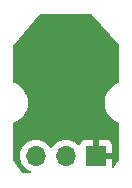
<source format=gbl>
G04 #@! TF.GenerationSoftware,KiCad,Pcbnew,8.0.4*
G04 #@! TF.CreationDate,2024-08-04T10:49:20-05:00*
G04 #@! TF.ProjectId,DRV5055A4_Test_Board_V0.1,44525635-3035-4354-9134-5f546573745f,rev?*
G04 #@! TF.SameCoordinates,Original*
G04 #@! TF.FileFunction,Copper,L2,Bot*
G04 #@! TF.FilePolarity,Positive*
%FSLAX46Y46*%
G04 Gerber Fmt 4.6, Leading zero omitted, Abs format (unit mm)*
G04 Created by KiCad (PCBNEW 8.0.4) date 2024-08-04 10:49:20*
%MOMM*%
%LPD*%
G01*
G04 APERTURE LIST*
G04 #@! TA.AperFunction,ComponentPad*
%ADD10R,1.700000X1.700000*%
G04 #@! TD*
G04 #@! TA.AperFunction,ComponentPad*
%ADD11O,1.700000X1.700000*%
G04 #@! TD*
G04 APERTURE END LIST*
D10*
X26000000Y-31375000D03*
D11*
X23460000Y-31375000D03*
X20920000Y-31375000D03*
G04 #@! TA.AperFunction,Conductor*
G36*
X25681875Y-19395185D02*
G01*
X25708540Y-19418288D01*
X27964845Y-22021716D01*
X27969205Y-22026746D01*
X27998236Y-22090299D01*
X27999500Y-22107957D01*
X27999500Y-25104734D01*
X27979815Y-25171773D01*
X27927011Y-25217528D01*
X27910437Y-25223710D01*
X27886700Y-25230680D01*
X27886697Y-25230681D01*
X27658938Y-25334695D01*
X27658920Y-25334705D01*
X27448291Y-25470068D01*
X27448285Y-25470072D01*
X27259047Y-25634047D01*
X27095072Y-25823285D01*
X27095068Y-25823291D01*
X26959705Y-26033920D01*
X26959695Y-26033938D01*
X26855678Y-26261702D01*
X26855676Y-26261708D01*
X26785136Y-26501951D01*
X26785135Y-26501955D01*
X26749500Y-26749803D01*
X26749500Y-27000196D01*
X26785135Y-27248044D01*
X26785136Y-27248048D01*
X26855676Y-27488291D01*
X26855678Y-27488297D01*
X26959695Y-27716061D01*
X26959705Y-27716079D01*
X27095068Y-27926708D01*
X27095072Y-27926714D01*
X27259047Y-28115952D01*
X27448285Y-28279927D01*
X27448291Y-28279931D01*
X27658920Y-28415294D01*
X27658928Y-28415298D01*
X27658932Y-28415301D01*
X27658935Y-28415302D01*
X27658938Y-28415304D01*
X27886693Y-28519317D01*
X27886700Y-28519320D01*
X27910434Y-28526288D01*
X27969211Y-28564062D01*
X27998238Y-28627617D01*
X27999500Y-28645266D01*
X27999500Y-31685916D01*
X27979815Y-31752955D01*
X27978674Y-31754699D01*
X27576060Y-32358620D01*
X27522495Y-32403481D01*
X27453179Y-32412261D01*
X27390120Y-32382172D01*
X27353339Y-32322768D01*
X27349597Y-32276575D01*
X27349999Y-32272829D01*
X27350000Y-32272827D01*
X27350000Y-31625000D01*
X26433012Y-31625000D01*
X26465925Y-31567993D01*
X26500000Y-31440826D01*
X26500000Y-31309174D01*
X26465925Y-31182007D01*
X26433012Y-31125000D01*
X27350000Y-31125000D01*
X27350000Y-30477172D01*
X27349999Y-30477155D01*
X27343598Y-30417627D01*
X27343596Y-30417620D01*
X27293354Y-30282913D01*
X27293350Y-30282906D01*
X27207190Y-30167812D01*
X27207187Y-30167809D01*
X27092093Y-30081649D01*
X27092086Y-30081645D01*
X26957379Y-30031403D01*
X26957372Y-30031401D01*
X26897844Y-30025000D01*
X26250000Y-30025000D01*
X26250000Y-30941988D01*
X26192993Y-30909075D01*
X26065826Y-30875000D01*
X25934174Y-30875000D01*
X25807007Y-30909075D01*
X25750000Y-30941988D01*
X25750000Y-30025000D01*
X25102155Y-30025000D01*
X25042627Y-30031401D01*
X25042620Y-30031403D01*
X24907913Y-30081645D01*
X24907906Y-30081649D01*
X24792812Y-30167809D01*
X24792809Y-30167812D01*
X24706649Y-30282906D01*
X24706645Y-30282913D01*
X24657578Y-30414470D01*
X24615707Y-30470404D01*
X24550242Y-30494821D01*
X24481969Y-30479969D01*
X24453715Y-30458819D01*
X24409366Y-30414470D01*
X24331401Y-30336505D01*
X24331397Y-30336502D01*
X24331396Y-30336501D01*
X24137834Y-30200967D01*
X24137830Y-30200965D01*
X24066727Y-30167809D01*
X23923663Y-30101097D01*
X23923659Y-30101096D01*
X23923655Y-30101094D01*
X23695413Y-30039938D01*
X23695403Y-30039936D01*
X23460001Y-30019341D01*
X23459999Y-30019341D01*
X23224596Y-30039936D01*
X23224586Y-30039938D01*
X22996344Y-30101094D01*
X22996335Y-30101098D01*
X22782171Y-30200964D01*
X22782169Y-30200965D01*
X22588597Y-30336505D01*
X22421505Y-30503597D01*
X22291575Y-30689158D01*
X22236998Y-30732783D01*
X22167500Y-30739977D01*
X22105145Y-30708454D01*
X22088425Y-30689158D01*
X21958494Y-30503597D01*
X21791402Y-30336506D01*
X21791395Y-30336501D01*
X21597834Y-30200967D01*
X21597830Y-30200965D01*
X21526727Y-30167809D01*
X21383663Y-30101097D01*
X21383659Y-30101096D01*
X21383655Y-30101094D01*
X21155413Y-30039938D01*
X21155403Y-30039936D01*
X20920001Y-30019341D01*
X20919999Y-30019341D01*
X20684596Y-30039936D01*
X20684586Y-30039938D01*
X20456344Y-30101094D01*
X20456335Y-30101098D01*
X20242171Y-30200964D01*
X20242169Y-30200965D01*
X20048597Y-30336505D01*
X19881505Y-30503597D01*
X19745965Y-30697169D01*
X19745964Y-30697171D01*
X19646098Y-30911335D01*
X19646094Y-30911344D01*
X19584938Y-31139586D01*
X19584936Y-31139596D01*
X19564341Y-31374999D01*
X19564341Y-31375000D01*
X19584936Y-31610403D01*
X19584938Y-31610413D01*
X19646094Y-31838655D01*
X19646096Y-31838659D01*
X19646097Y-31838663D01*
X19701123Y-31956666D01*
X19745965Y-32052830D01*
X19745967Y-32052834D01*
X19806452Y-32139215D01*
X19881505Y-32246401D01*
X20048599Y-32413495D01*
X20125138Y-32467088D01*
X20242165Y-32549032D01*
X20242167Y-32549033D01*
X20242170Y-32549035D01*
X20433209Y-32638118D01*
X20485648Y-32684290D01*
X20504800Y-32751484D01*
X20484584Y-32818365D01*
X20431419Y-32863700D01*
X20380804Y-32874500D01*
X19834223Y-32874500D01*
X19767184Y-32854815D01*
X19731049Y-32819283D01*
X19021326Y-31754699D01*
X19000518Y-31688000D01*
X19000500Y-31685916D01*
X19000500Y-28645266D01*
X19020185Y-28578227D01*
X19072989Y-28532472D01*
X19089561Y-28526289D01*
X19113300Y-28519320D01*
X19341068Y-28415301D01*
X19551715Y-28279927D01*
X19740952Y-28115952D01*
X19904927Y-27926715D01*
X20040301Y-27716068D01*
X20144320Y-27488300D01*
X20146359Y-27481358D01*
X20177143Y-27376513D01*
X20214864Y-27248046D01*
X20250500Y-27000198D01*
X20250500Y-26749802D01*
X20214864Y-26501954D01*
X20177143Y-26373487D01*
X20144323Y-26261708D01*
X20144321Y-26261702D01*
X20040304Y-26033938D01*
X20040294Y-26033920D01*
X19904931Y-25823291D01*
X19904927Y-25823285D01*
X19740952Y-25634047D01*
X19551714Y-25470072D01*
X19551708Y-25470068D01*
X19341079Y-25334705D01*
X19341061Y-25334695D01*
X19113302Y-25230681D01*
X19113300Y-25230680D01*
X19089564Y-25223710D01*
X19030787Y-25185936D01*
X19001762Y-25122380D01*
X19000500Y-25104734D01*
X19000500Y-22101099D01*
X19020185Y-22034060D01*
X19029236Y-22021722D01*
X21197241Y-19420116D01*
X21255280Y-19381218D01*
X21292500Y-19375500D01*
X25614836Y-19375500D01*
X25681875Y-19395185D01*
G37*
G04 #@! TD.AperFunction*
M02*

</source>
